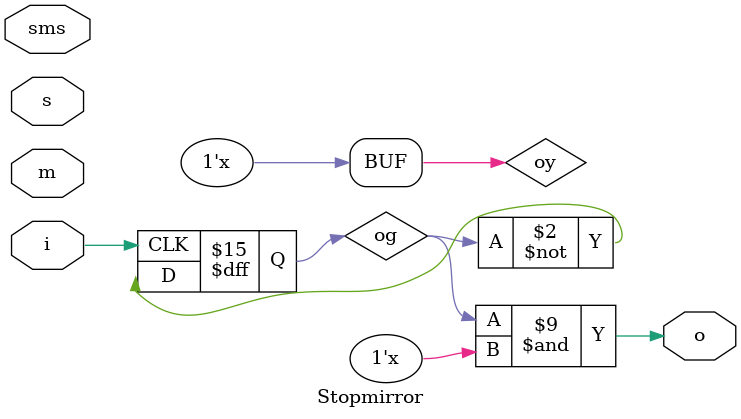
<source format=v>
`timescale 1ns / 1ps
module Stopmirror(
    input i,
    output o,
	 input sms,
	 input s,
	 input m
    );
	 reg og = 1;
	 reg oy = 1;
	 always @(posedge i) begin
		og <= ~og;
	end
	always @(*) begin
		if (sms == 99 & s == 59 & m == 59) oy = 0;
	end
	assign o = og & oy;

endmodule

</source>
